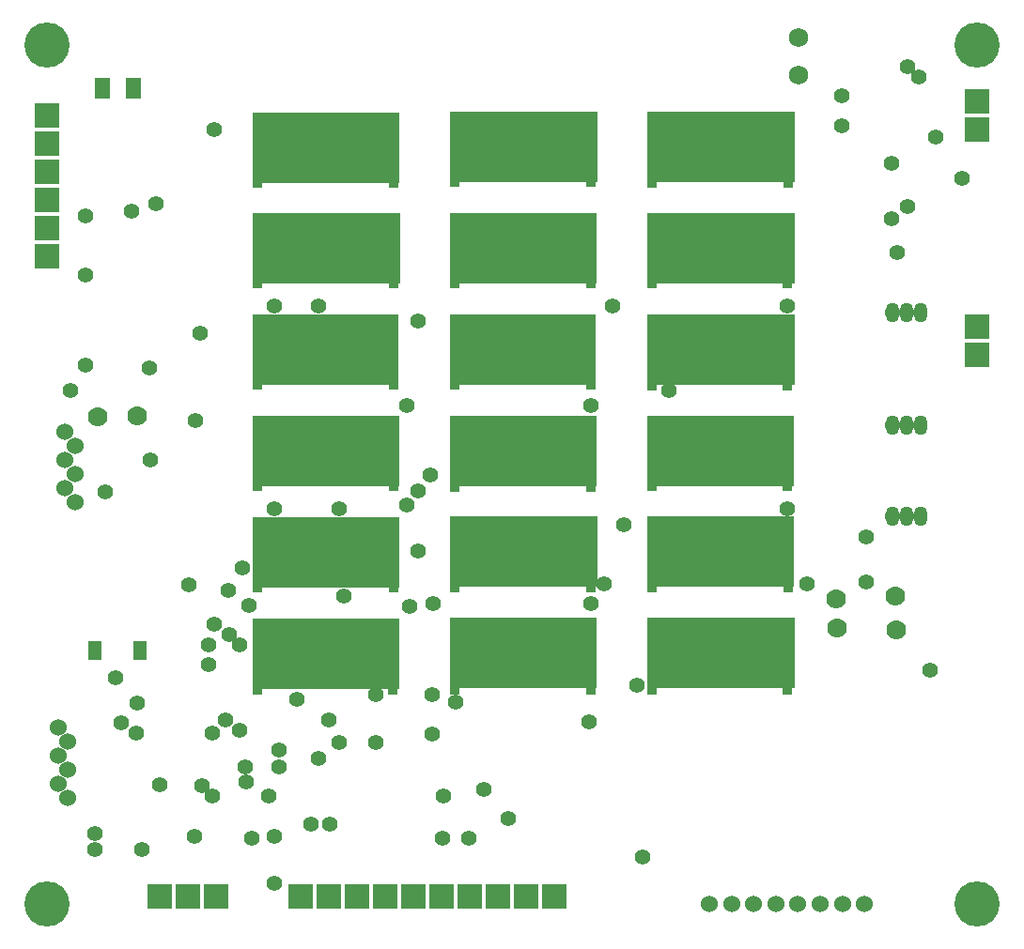
<source format=gbr>
G04 DipTrace 1.50*
%INBottom Mask.gbr*%
%MOIN*%
%ADD10C,0.01*%
%ADD11C,0.005*%
%ADD12C,0.003*%
%ADD13C,0.008*%
%ADD14C,0.016*%
%ADD15C,0.02*%
%ADD16C,0.039*%
%ADD17C,0.03*%
%ADD18C,0.0197*%
%ADD19C,0.04*%
%ADD20C,0.0394*%
%ADD21C,0.025*%
%ADD22C,0.015*%
%ADD23R,0.06X0.045*%
%ADD24R,0.045X0.05*%
%ADD25R,0.05X0.045*%
%ADD26R,0.045X0.06*%
%ADD27R,0.03X0.025*%
%ADD28C,0.05*%
%ADD29R,0.08X0.08*%
%ADD30R,0.025X0.025*%
%ADD31R,0.0591X0.0787*%
%ADD32R,0.045X0.065*%
%ADD33C,0.06*%
%ADD34C,0.0591*%
%ADD35C,0.15*%
%ADD36R,0.032X0.032*%
%ADD37R,0.0413X0.0591*%
%ADD38R,0.0689X0.0197*%
%ADD39R,0.0787X0.0197*%
%ADD40R,0.0197X0.0689*%
%ADD41R,0.0197X0.0787*%
%ADD42O,0.04X0.06*%
%ADD43C,0.05*%
%ADD44R,0.06X0.03*%
%ADD45R,0.0335X0.0197*%
%ADD46C,0.045*%
%ADD47C,0.035*%
%ADD48C,0.0354*%
%ADD49C,0.115*%
%ADD50C,0.055*%
%ADD51R,0.0435X0.0297*%
%ADD52R,0.0235X0.0097*%
%ADD53R,0.07X0.04*%
%ADD54R,0.05X0.02*%
%ADD55C,0.06*%
%ADD56C,0.04*%
%ADD57O,0.05X0.07*%
%ADD58O,0.03X0.05*%
%ADD59R,0.0297X0.0887*%
%ADD60R,0.0097X0.0687*%
%ADD61R,0.0297X0.0789*%
%ADD62R,0.0097X0.0589*%
%ADD63R,0.0887X0.0297*%
%ADD64R,0.0687X0.0097*%
%ADD65R,0.0789X0.0297*%
%ADD66R,0.0589X0.0097*%
%ADD67R,0.0513X0.0691*%
%ADD68R,0.0313X0.0491*%
%ADD69R,0.042X0.042*%
%ADD70R,0.022X0.022*%
%ADD71C,0.16*%
%ADD72C,0.14*%
%ADD73C,0.0691*%
%ADD74C,0.0491*%
%ADD75C,0.07*%
%ADD76R,0.055X0.075*%
%ADD77R,0.035X0.055*%
%ADD78R,0.0691X0.0887*%
%ADD79R,0.0491X0.0687*%
%ADD80R,0.035X0.035*%
%ADD81R,0.015X0.015*%
%ADD82R,0.09X0.09*%
%ADD83R,0.07X0.07*%
%ADD84R,0.04X0.035*%
%ADD85R,0.02X0.015*%
%ADD86R,0.055X0.07*%
%ADD87R,0.035X0.05*%
%ADD88R,0.06X0.055*%
%ADD89R,0.055X0.06*%
%ADD90R,0.035X0.04*%
%ADD91R,0.07X0.055*%
%ADD92R,0.05X0.035*%
%ADD93C,0.012*%
%ADD94C,0.0066*%
%ADD95C,0.0087*%
%FSLAX44Y44*%
%SFA1B1*%
%OFA0B0*%
G04*
G70*
G90*
G75*
G01*
%LNBotMask*%
%LPD*%
D50*
X33200Y33700D3*
X10270Y22180D3*
X36541Y32221D3*
X11420Y16140D3*
X13080Y19020D3*
X15380D3*
X13080Y5740D3*
X14380Y7820D3*
X25941Y12760D3*
X13080Y7400D3*
X8380Y6920D3*
X19500Y12180D3*
X19060Y8820D3*
X12860D3*
X11840Y14200D3*
X10740D3*
X10020Y16320D3*
X12020Y9880D3*
X11940Y16920D3*
X10240Y7400D3*
X21360Y8040D3*
X10880Y8820D3*
X19020Y7320D3*
X12180Y15600D3*
X17860Y15580D3*
X11460Y14580D3*
X18660Y12440D3*
Y11020D3*
X19960Y7340D3*
X7060Y19640D3*
X8000Y29581D3*
X15000Y11540D3*
X14640Y10180D3*
X6700Y6920D3*
X12280Y7320D3*
X34081Y18040D3*
X11840Y11160D3*
X6700Y7500D3*
X7620Y11420D3*
X7430Y13040D3*
X8200Y12140D3*
X37461Y30761D3*
X6380Y24121D3*
X10500Y9200D3*
X6380Y29421D3*
Y27341D3*
X9000Y9220D3*
X10920Y32481D3*
Y14940D3*
X35541Y34741D3*
Y29761D3*
X34961Y31281D3*
Y29321D3*
X5840Y23221D3*
X18600Y20220D3*
X25061Y26221D3*
X31261D3*
X18180Y19680D3*
Y25701D3*
X17760Y19180D3*
X27061Y23241D3*
X24301Y22701D3*
X17760D3*
X25461Y18480D3*
X31261Y19020D3*
X18180Y17520D3*
X24761Y16380D3*
X18700Y15660D3*
X24301D3*
X15540Y15940D3*
X31981Y16380D3*
X15360Y10720D3*
X16680D3*
Y12420D3*
X11320Y11540D3*
X10860Y11080D3*
X20500Y9080D3*
X24241Y11480D3*
X8160Y11080D3*
X10740Y13500D3*
X8880Y29861D3*
X8640Y24041D3*
X13860Y12260D3*
X8660Y20760D3*
X36321Y13300D3*
X15020Y7820D3*
X13220Y10480D3*
X12060Y9340D3*
X13220Y9860D3*
X34061Y16440D3*
X26141Y6660D3*
X35161Y28121D3*
X14620Y26221D3*
X13080D3*
X35921Y34361D3*
X33200Y32620D3*
X10420Y25261D3*
D33*
X5750Y8750D3*
X5400Y9250D3*
X5750Y9750D3*
X5400Y10250D3*
X5750Y10750D3*
X5400Y11250D3*
D82*
X38000Y33500D3*
Y32500D3*
X9000Y5250D3*
X10000D3*
X11000D3*
X14000D3*
X15000D3*
X16000D3*
X17000D3*
X18000D3*
X19000D3*
X20000D3*
X21000D3*
X22000D3*
X23000D3*
X38000Y25500D3*
Y24500D3*
X5000Y33000D3*
Y32000D3*
Y31000D3*
Y30000D3*
Y29000D3*
Y28000D3*
D33*
X6000Y19250D3*
X5650Y19750D3*
X6000Y20250D3*
X5650Y20750D3*
X6000Y21250D3*
X5650Y21750D3*
D80*
X17300Y30600D3*
X12484D3*
X17300Y19820D3*
X12484D3*
X24300Y19800D3*
X19484D3*
X31280Y19820D3*
X26464D3*
X17300Y16240D3*
X12484D3*
X24300Y16220D3*
X19484D3*
X31300D3*
X26484D3*
X17280Y12600D3*
X12464D3*
X24300D3*
X19484D3*
X31280D3*
X26464D3*
X24300Y30620D3*
X19484D3*
X31300Y30600D3*
X26484D3*
X17300Y27020D3*
X12484D3*
X24300D3*
X19484D3*
X31280Y27040D3*
X26464D3*
X17300Y23420D3*
X12484D3*
X24300D3*
X19484D3*
X31280Y23400D3*
X26464D3*
D76*
X6960Y33980D3*
X8080D3*
D75*
X6800Y22300D3*
D73*
X31660Y35760D3*
D71*
X38000Y35500D3*
X5000Y5000D3*
D73*
X31680Y34420D3*
D75*
X8200Y22320D3*
X33000Y15840D3*
X33020Y14800D3*
X35100Y15940D3*
X35120Y14740D3*
D71*
X5000Y35500D3*
X38000Y5000D3*
D67*
X6700Y14000D3*
X8294D3*
D57*
X35000Y18750D3*
X35500D3*
X36000D3*
X35000Y26000D3*
X35500D3*
X36000D3*
D55*
X28500Y5000D3*
X29287D3*
X30075D3*
X30862D3*
X31650D3*
X32437D3*
X33224D3*
X34012D3*
D57*
X35000Y22000D3*
X35500D3*
X36000D3*
G36*
X12300Y33100D2*
X17500D1*
Y30600D1*
X12300D1*
Y33100D1*
G37*
G36*
X19300Y33120D2*
X24540D1*
Y30620D1*
X19300D1*
Y33120D1*
G37*
G36*
X26300D2*
X31520D1*
Y30620D1*
X26300D1*
Y33120D1*
G37*
G36*
X12300Y29520D2*
X17540D1*
Y27020D1*
X12300D1*
Y29520D1*
G37*
G36*
X19300Y29540D2*
X24500D1*
Y27040D1*
X19300D1*
Y29540D1*
G37*
G36*
X26300D2*
X31520D1*
Y27040D1*
X26300D1*
Y29540D1*
G37*
G36*
X12300Y25920D2*
X17460D1*
Y23420D1*
X12300D1*
Y25920D1*
G37*
G36*
X19300Y25940D2*
X24480D1*
Y23440D1*
X19300D1*
Y25940D1*
G37*
G36*
X26300D2*
X31520D1*
Y23440D1*
X26300D1*
Y25940D1*
G37*
G36*
X12300Y22320D2*
X17500D1*
Y19820D1*
X12300D1*
Y22320D1*
G37*
G36*
X19300Y22340D2*
X24500D1*
Y19840D1*
X19300D1*
Y22340D1*
G37*
G36*
X26300D2*
X31500D1*
Y19840D1*
X26300D1*
Y22340D1*
G37*
G36*
X12300Y18740D2*
X17500D1*
Y16240D1*
X12300D1*
Y18740D1*
G37*
G36*
X19300Y18760D2*
X24520D1*
Y16260D1*
X19300D1*
Y18760D1*
G37*
G36*
X26300D2*
X31500D1*
Y16260D1*
X26300D1*
Y18760D1*
G37*
G36*
X12300Y15140D2*
X17500D1*
Y12640D1*
X12300D1*
Y15140D1*
G37*
G36*
X19300Y15160D2*
X24500D1*
Y12660D1*
X19300D1*
Y15160D1*
G37*
G36*
X26300D2*
X31520D1*
Y12660D1*
X26300D1*
Y15160D1*
G37*
M02*

</source>
